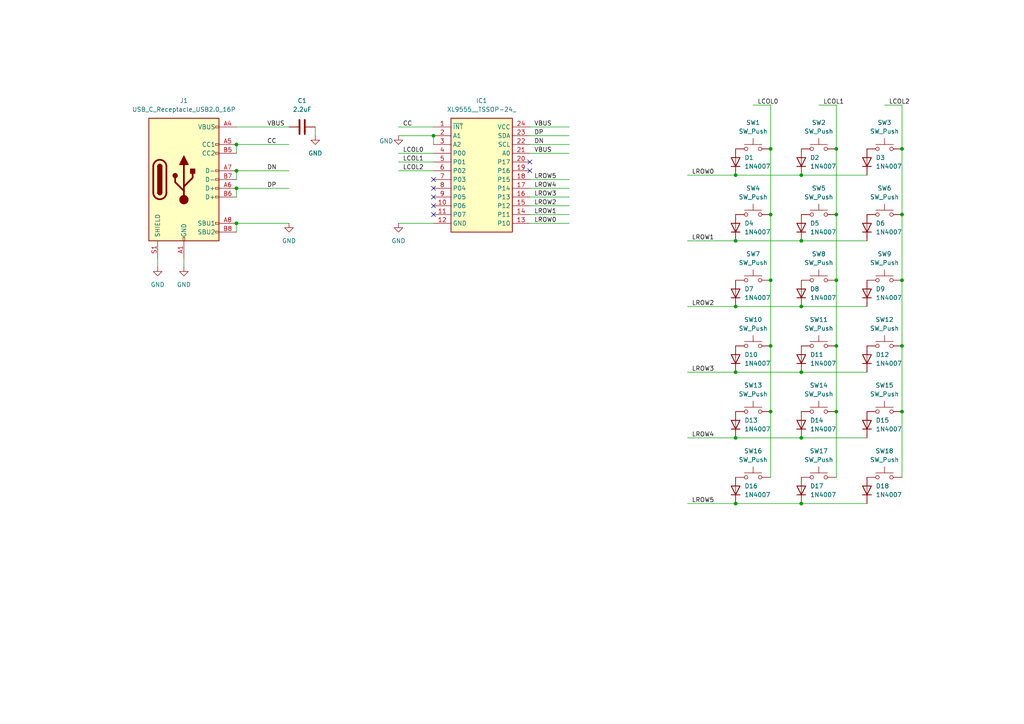
<source format=kicad_sch>
(kicad_sch (version 20231120) (generator "eeschema") (generator_version "8.0")
  (paper "A4")
  (lib_symbols
    (symbol "Connector:USB_C_Receptacle_USB2.0_16P" (pin_names (offset 1.016))
      (property "Reference" "J" (at 0 22.225 0))
      (property "Value" "USB_C_Receptacle_USB2.0_16P" (at 0 19.685 0))
      (symbol "USB_C_Receptacle_USB2.0_16P_0_0"
        (rectangle (start -0.254 -17.78) (end 0.254 -16.764))
        (rectangle (start 10.16 -14.986) (end 9.144 -15.494))
        (rectangle (start 10.16 -12.446) (end 9.144 -12.954))
        (rectangle (start 10.16 -4.826) (end 9.144 -5.334))
        (rectangle (start 10.16 -2.286) (end 9.144 -2.794))
        (rectangle (start 10.16 0.254) (end 9.144 -0.254))
        (rectangle (start 10.16 2.794) (end 9.144 2.286))
        (rectangle (start 10.16 7.874) (end 9.144 7.366))
        (rectangle (start 10.16 10.414) (end 9.144 9.906))
        (rectangle (start 10.16 15.494) (end 9.144 14.986))
      )
      (symbol "USB_C_Receptacle_USB2.0_16P_0_1"
        (rectangle (start -10.16 17.78) (end 10.16 -17.78) (stroke (width 0.254)) (fill (type background)))
        (arc (start -8.89 -3.81) (mid -6.985 -5.7067) (end -5.08 -3.81) (stroke (width 0.508)))
        (arc (start -7.62 -3.81) (mid -6.985 -4.4423) (end -6.35 -3.81) (stroke (width 0.254)))
        (arc (start -7.62 -3.81) (mid -6.985 -4.4423) (end -6.35 -3.81) (stroke (width 0.254)) (fill (type outline)))
        (rectangle (start -7.62 -3.81) (end -6.35 3.81) (stroke (width 0.254)) (fill (type outline)))
        (arc (start -6.35 3.81) (mid -6.985 4.4423) (end -7.62 3.81) (stroke (width 0.254)))
        (arc (start -6.35 3.81) (mid -6.985 4.4423) (end -7.62 3.81) (stroke (width 0.254)) (fill (type outline)))
        (arc (start -5.08 3.81) (mid -6.985 5.7067) (end -8.89 3.81) (stroke (width 0.508)))
        (circle (center -2.54 1.143) (radius 0.635) (stroke (width 0.254)) (fill (type outline)))
        (circle (center 0 -5.842) (radius 1.27) (fill (type outline)))
        (polyline (pts (xy -8.89 -3.81) (xy -8.89 3.81)) (stroke (width 0.508)))
        (polyline (pts (xy -5.08 3.81) (xy -5.08 -3.81)) (stroke (width 0.508)))
        (polyline (pts (xy 0 -5.842) (xy 0 4.318)) (stroke (width 0.508)))
        (polyline (pts (xy 0 -3.302) (xy -2.54 -0.762) (xy -2.54 0.508)) (stroke (width 0.508)))
        (polyline (pts (xy 0 -2.032) (xy 2.54 0.508) (xy 2.54 1.778)) (stroke (width 0.508)))
        (polyline (pts (xy -1.27 4.318) (xy 0 6.858) (xy 1.27 4.318) (xy -1.27 4.318)) (stroke (width 0.254)) (fill (type outline)))
        (rectangle (start 1.905 1.778) (end 3.175 3.048) (stroke (width 0.254)) (fill (type outline)))
      )
      (symbol "USB_C_Receptacle_USB2.0_16P_1_1"
        (pin passive line (at 0 -22.86 90) (length 5.08) (name "GND") (number "A1"))
        (pin passive line (at 0 -22.86 90) (length 5.08) hide (name "GND") (number "A12"))
        (pin passive line (at 15.24 15.24 180) (length 5.08) (name "VBUS") (number "A4"))
        (pin bidirectional line (at 15.24 10.16 180) (length 5.08) (name "CC1") (number "A5"))
        (pin bidirectional line (at 15.24 -2.54 180) (length 5.08) (name "D+") (number "A6"))
        (pin bidirectional line (at 15.24 2.54 180) (length 5.08) (name "D-") (number "A7"))
        (pin bidirectional line (at 15.24 -12.7 180) (length 5.08) (name "SBU1") (number "A8"))
        (pin passive line (at 15.24 15.24 180) (length 5.08) hide (name "VBUS") (number "A9"))
        (pin passive line (at 0 -22.86 90) (length 5.08) hide (name "GND") (number "B1"))
        (pin passive line (at 0 -22.86 90) (length 5.08) hide (name "GND") (number "B12"))
        (pin passive line (at 15.24 15.24 180) (length 5.08) hide (name "VBUS") (number "B4"))
        (pin bidirectional line (at 15.24 7.62 180) (length 5.08) (name "CC2") (number "B5"))
        (pin bidirectional line (at 15.24 -5.08 180) (length 5.08) (name "D+") (number "B6"))
        (pin bidirectional line (at 15.24 0 180) (length 5.08) (name "D-") (number "B7"))
        (pin bidirectional line (at 15.24 -15.24 180) (length 5.08) (name "SBU2") (number "B8"))
        (pin passive line (at 15.24 15.24 180) (length 5.08) hide (name "VBUS") (number "B9"))
        (pin passive line (at -7.62 -22.86 90) (length 5.08) (name "SHIELD") (number "S1"))
      )
    )
    (symbol "Device:C" (pin_numbers hide) (pin_names (offset 0.254))
      (property "Reference" "C" (at 0.635 2.54 0))
      (property "Value" "C" (at 0.635 -2.54 0))
      (symbol "C_0_1"
        (polyline (pts (xy -2.032 -0.762) (xy 2.032 -0.762)) (stroke (width 0.508)))
        (polyline (pts (xy -2.032 0.762) (xy 2.032 0.762)) (stroke (width 0.508)))
      )
      (symbol "C_1_1"
        (pin passive line (at 0 3.81 270) (length 2.794) (name "~") (number "1"))
        (pin passive line (at 0 -3.81 90) (length 2.794) (name "~") (number "2"))
      )
    )
    (symbol "Diode:1N4007" (pin_numbers hide) (pin_names hide)
      (property "Reference" "D" (at 0 2.54 0))
      (property "Value" "1N4007" (at 0 -2.54 0))
      (symbol "1N4007_0_1"
        (polyline (pts (xy -1.27 1.27) (xy -1.27 -1.27)) (stroke (width 0.254)))
        (polyline (pts (xy 1.27 0) (xy -1.27 0)))
        (polyline (pts (xy 1.27 1.27) (xy 1.27 -1.27) (xy -1.27 0) (xy 1.27 1.27)) (stroke (width 0.254)))
      )
      (symbol "1N4007_1_1"
        (pin passive line (at -3.81 0 0) (length 2.54) (name "K") (number "1"))
        (pin passive line (at 3.81 0 180) (length 2.54) (name "A") (number "2"))
      )
    )
    (symbol "Switch:SW_Push" (pin_numbers hide) (pin_names (offset 1.016) hide)
      (property "Reference" "SW" (at 1.27 2.54 0))
      (property "Value" "SW_Push" (at 0 -1.524 0))
      (symbol "SW_Push_0_1"
        (circle (center -2.032 0) (radius 0.508))
        (polyline (pts (xy 0 1.27) (xy 0 3.048)))
        (polyline (pts (xy 2.54 1.27) (xy -2.54 1.27)))
        (circle (center 2.032 0) (radius 0.508))
        (pin passive line (at -5.08 0 0) (length 2.54) (name "1") (number "1"))
        (pin passive line (at 5.08 0 180) (length 2.54) (name "2") (number "2"))
      )
    )
    (symbol "XL9555__TSSOP-24_:XL9555__TSSOP-24_"
      (property "Reference" "IC" (at 24.13 7.62 0))
      (property "Value" "XL9555__TSSOP-24_" (at 24.13 5.08 0))
      (symbol "XL9555__TSSOP-24__1_1"
        (rectangle (start 5.08 2.54) (end 22.86 -30.48) (stroke (width 0.254)) (fill (type background)))
        (pin passive line (at 0 0 0) (length 5.08) (name "~{INT}") (number "1"))
        (pin passive line (at 0 -22.86 0) (length 5.08) (name "P06") (number "10"))
        (pin passive line (at 0 -25.4 0) (length 5.08) (name "P07") (number "11"))
        (pin passive line (at 0 -27.94 0) (length 5.08) (name "GND") (number "12"))
        (pin passive line (at 27.94 -27.94 180) (length 5.08) (name "P10") (number "13"))
        (pin passive line (at 27.94 -25.4 180) (length 5.08) (name "P11") (number "14"))
        (pin passive line (at 27.94 -22.86 180) (length 5.08) (name "P12") (number "15"))
        (pin passive line (at 27.94 -20.32 180) (length 5.08) (name "P13") (number "16"))
        (pin passive line (at 27.94 -17.78 180) (length 5.08) (name "P14") (number "17"))
        (pin passive line (at 27.94 -15.24 180) (length 5.08) (name "P15") (number "18"))
        (pin passive line (at 27.94 -12.7 180) (length 5.08) (name "P16") (number "19"))
        (pin passive line (at 0 -2.54 0) (length 5.08) (name "A1") (number "2"))
        (pin passive line (at 27.94 -10.16 180) (length 5.08) (name "P17") (number "20"))
        (pin passive line (at 27.94 -7.62 180) (length 5.08) (name "A0") (number "21"))
        (pin passive line (at 27.94 -5.08 180) (length 5.08) (name "SCL") (number "22"))
        (pin passive line (at 27.94 -2.54 180) (length 5.08) (name "SDA") (number "23"))
        (pin passive line (at 27.94 0 180) (length 5.08) (name "VCC") (number "24"))
        (pin passive line (at 0 -5.08 0) (length 5.08) (name "A2") (number "3"))
        (pin passive line (at 0 -7.62 0) (length 5.08) (name "P00") (number "4"))
        (pin passive line (at 0 -10.16 0) (length 5.08) (name "P01") (number "5"))
        (pin passive line (at 0 -12.7 0) (length 5.08) (name "P02") (number "6"))
        (pin passive line (at 0 -15.24 0) (length 5.08) (name "P03") (number "7"))
        (pin passive line (at 0 -17.78 0) (length 5.08) (name "P04") (number "8"))
        (pin passive line (at 0 -20.32 0) (length 5.08) (name "P05") (number "9"))
      )
    )
    (symbol "power:GND" (power) (pin_numbers hide) (pin_names (offset 0) hide)
      (property "Value" "GND" (at 0 -3.81 0))
      (symbol "GND_0_1"
        (polyline (pts (xy 0 0) (xy 0 -1.27) (xy 1.27 -1.27) (xy 0 -2.54) (xy -1.27 -1.27) (xy 0 -1.27)))
      )
      (symbol "GND_1_1"
        (pin power_in line (at 0 0 270) (length 0) (name "~") (number "1"))
      )
    )
  )
  (junction (at 261.62 62.23))
  (junction (at 242.57 100.33))
  (junction (at 125.73 39.37))
  (junction (at 68.58 49.53))
  (junction (at 232.41 107.95))
  (junction (at 213.36 50.8))
  (junction (at 261.62 119.38))
  (junction (at 242.57 62.23))
  (junction (at 232.41 146.05))
  (junction (at 68.58 64.77))
  (junction (at 261.62 43.18))
  (junction (at 261.62 100.33))
  (junction (at 232.41 88.9))
  (junction (at 223.52 43.18))
  (junction (at 242.57 43.18))
  (junction (at 213.36 127))
  (junction (at 223.52 100.33))
  (junction (at 261.62 81.28))
  (junction (at 242.57 119.38))
  (junction (at 223.52 119.38))
  (junction (at 213.36 88.9))
  (junction (at 213.36 107.95))
  (junction (at 213.36 69.85))
  (junction (at 68.58 41.91))
  (junction (at 223.52 81.28))
  (junction (at 232.41 127))
  (junction (at 68.58 54.61))
  (junction (at 242.57 81.28))
  (junction (at 223.52 62.23))
  (junction (at 213.36 146.05))
  (junction (at 232.41 69.85))
  (junction (at 232.41 50.8))
  (no_connect (at 125.73 57.15))
  (no_connect (at 125.73 62.23))
  (no_connect (at 125.73 54.61))
  (no_connect (at 125.73 52.07))
  (no_connect (at 125.73 59.69))
  (no_connect (at 153.67 49.53))
  (no_connect (at 153.67 46.99))
  (wire (pts (xy 68.58 41.91) (xy 83.82 41.91)))
  (wire (pts (xy 91.44 36.83) (xy 91.44 39.37)))
  (wire (pts (xy 232.41 69.85) (xy 251.46 69.85)))
  (wire (pts (xy 242.57 43.18) (xy 242.57 30.48)))
  (wire (pts (xy 125.73 39.37) (xy 125.73 41.91)))
  (wire (pts (xy 213.36 50.8) (xy 232.41 50.8)))
  (wire (pts (xy 213.36 69.85) (xy 232.41 69.85)))
  (wire (pts (xy 153.67 62.23) (xy 165.1 62.23)))
  (wire (pts (xy 261.62 119.38) (xy 261.62 100.33)))
  (wire (pts (xy 45.72 74.93) (xy 45.72 77.47)))
  (wire (pts (xy 199.39 146.05) (xy 213.36 146.05)))
  (wire (pts (xy 68.58 64.77) (xy 83.82 64.77)))
  (wire (pts (xy 242.57 100.33) (xy 242.57 81.28)))
  (wire (pts (xy 242.57 62.23) (xy 242.57 43.18)))
  (wire (pts (xy 153.67 44.45) (xy 165.1 44.45)))
  (wire (pts (xy 115.57 64.77) (xy 125.73 64.77)))
  (wire (pts (xy 242.57 81.28) (xy 242.57 62.23)))
  (wire (pts (xy 232.41 146.05) (xy 251.46 146.05)))
  (wire (pts (xy 213.36 146.05) (xy 232.41 146.05)))
  (wire (pts (xy 223.52 81.28) (xy 223.52 62.23)))
  (wire (pts (xy 223.52 100.33) (xy 223.52 81.28)))
  (wire (pts (xy 115.57 49.53) (xy 125.73 49.53)))
  (wire (pts (xy 68.58 54.61) (xy 83.82 54.61)))
  (wire (pts (xy 153.67 41.91) (xy 165.1 41.91)))
  (wire (pts (xy 213.36 127) (xy 232.41 127)))
  (wire (pts (xy 199.39 88.9) (xy 213.36 88.9)))
  (wire (pts (xy 256.54 30.48) (xy 261.62 30.48)))
  (wire (pts (xy 153.67 57.15) (xy 165.1 57.15)))
  (wire (pts (xy 199.39 107.95) (xy 213.36 107.95)))
  (wire (pts (xy 223.52 62.23) (xy 223.52 43.18)))
  (wire (pts (xy 115.57 39.37) (xy 125.73 39.37)))
  (wire (pts (xy 223.52 119.38) (xy 223.52 100.33)))
  (wire (pts (xy 213.36 88.9) (xy 232.41 88.9)))
  (wire (pts (xy 68.58 36.83) (xy 83.82 36.83)))
  (wire (pts (xy 68.58 49.53) (xy 83.82 49.53)))
  (wire (pts (xy 232.41 88.9) (xy 251.46 88.9)))
  (wire (pts (xy 153.67 54.61) (xy 165.1 54.61)))
  (wire (pts (xy 237.49 30.48) (xy 242.57 30.48)))
  (wire (pts (xy 153.67 59.69) (xy 165.1 59.69)))
  (wire (pts (xy 153.67 36.83) (xy 165.1 36.83)))
  (wire (pts (xy 242.57 138.43) (xy 242.57 119.38)))
  (wire (pts (xy 68.58 44.45) (xy 68.58 41.91)))
  (wire (pts (xy 68.58 67.31) (xy 68.58 64.77)))
  (wire (pts (xy 223.52 138.43) (xy 223.52 119.38)))
  (wire (pts (xy 242.57 119.38) (xy 242.57 100.33)))
  (wire (pts (xy 223.52 43.18) (xy 223.52 30.48)))
  (wire (pts (xy 261.62 81.28) (xy 261.62 62.23)))
  (wire (pts (xy 153.67 52.07) (xy 165.1 52.07)))
  (wire (pts (xy 115.57 44.45) (xy 125.73 44.45)))
  (wire (pts (xy 115.57 46.99) (xy 125.73 46.99)))
  (wire (pts (xy 261.62 43.18) (xy 261.62 30.48)))
  (wire (pts (xy 53.34 74.93) (xy 53.34 77.47)))
  (wire (pts (xy 232.41 50.8) (xy 251.46 50.8)))
  (wire (pts (xy 153.67 39.37) (xy 165.1 39.37)))
  (wire (pts (xy 232.41 127) (xy 251.46 127)))
  (wire (pts (xy 68.58 57.15) (xy 68.58 54.61)))
  (wire (pts (xy 261.62 138.43) (xy 261.62 119.38)))
  (wire (pts (xy 153.67 64.77) (xy 165.1 64.77)))
  (wire (pts (xy 232.41 107.95) (xy 251.46 107.95)))
  (wire (pts (xy 199.39 127) (xy 213.36 127)))
  (wire (pts (xy 261.62 100.33) (xy 261.62 81.28)))
  (wire (pts (xy 218.44 30.48) (xy 223.52 30.48)))
  (wire (pts (xy 68.58 49.53) (xy 68.58 52.07)))
  (wire (pts (xy 199.39 50.8) (xy 213.36 50.8)))
  (wire (pts (xy 261.62 62.23) (xy 261.62 43.18)))
  (wire (pts (xy 199.39 69.85) (xy 213.36 69.85)))
  (wire (pts (xy 213.36 107.95) (xy 232.41 107.95)))
  (wire (pts (xy 115.57 36.83) (xy 125.73 36.83)))
  (label "LCOL2" (at 116.84 49.53 0))
  (label "LROW3" (at 200.66 107.95 0))
  (label "LROW4" (at 154.94 54.61 0))
  (label "DP" (at 154.94 39.37 0))
  (label "LROW4" (at 200.66 127 0))
  (label "LCOL0" (at 219.71 30.48 0))
  (label "LROW3" (at 154.94 57.15 0))
  (label "LROW1" (at 154.94 62.23 0))
  (label "LROW5" (at 154.94 52.07 0))
  (label "LCOL1" (at 238.76 30.48 0))
  (label "LROW1" (at 200.66 69.85 0))
  (label "LCOL2" (at 257.81 30.48 0))
  (label "CC" (at 77.47 41.91 0))
  (label "VBUS" (at 77.47 36.83 0))
  (label "CC" (at 116.84 36.83 0))
  (label "DP" (at 77.47 54.61 0))
  (label "LCOL1" (at 116.84 46.99 0))
  (label "VBUS" (at 154.94 36.83 0))
  (label "LROW0" (at 200.66 50.8 0))
  (label "LROW5" (at 200.66 146.05 0))
  (label "DN" (at 154.94 41.91 0))
  (label "VBUS" (at 154.94 44.45 0))
  (label "LROW2" (at 200.66 88.9 0))
  (label "LCOL0" (at 116.84 44.45 0))
  (label "LROW2" (at 154.94 59.69 0))
  (label "DN" (at 77.47 49.53 0))
  (label "LROW0" (at 154.94 64.77 0))
  (symbol (lib_id "Switch:SW_Push") (at 237.49 138.43 0) (unit 1)
    (property "Reference" "SW17" (at 237.49 130.81 0))
    (property "Value" "SW_Push" (at 237.49 133.35 0))
    (property "Footprint" "choc_v1v2_compatible_withLED:SW_Kailh_Choc_V1V2_1.00u" (effects (hide yes)))
    (property "Description" "Push button switch, generic, two pins" (effects (hide yes)))
  )
  (symbol (lib_id "Diode:1N4007") (at 213.36 46.99 90) (unit 1)
    (property "Reference" "D1" (at 215.9 45.7199 90) (effects (justify right)))
    (property "Value" "1N4007" (at 215.9 48.2599 90) (effects (justify right)))
    (property "Footprint" "Diode_SMD:D_SOD-123F" (effects (hide yes)))
    (property "Datasheet" "http://www.vishay.com/docs/88503/1n4001.pdf" (effects (hide yes)))
    (property "Description" "1000V 1A General Purpose Rectifier Diode, DO-41" (effects (hide yes)))
    (property "Sim.Device" "D" (effects (hide yes)))
    (property "Sim.Pins" "1=K 2=A" (effects (hide yes)))
  )
  (symbol (lib_id "power:GND") (at 45.72 77.47 0) (unit 1)
    (property "Reference" "#PWR05" (effects (hide yes)))
    (property "Value" "GND" (at 45.72 82.55 0))
    (property "Description" "Power symbol creates a global label with name \"GND\" , ground" (effects (hide yes)))
  )
  (symbol (lib_id "Diode:1N4007") (at 251.46 123.19 90) (unit 1)
    (property "Reference" "D15" (at 254 121.9199 90) (effects (justify right)))
    (property "Value" "1N4007" (at 254 124.4599 90) (effects (justify right)))
    (property "Footprint" "Diode_SMD:D_SOD-123F" (effects (hide yes)))
    (property "Datasheet" "http://www.vishay.com/docs/88503/1n4001.pdf" (effects (hide yes)))
    (property "Description" "1000V 1A General Purpose Rectifier Diode, DO-41" (effects (hide yes)))
    (property "Sim.Device" "D" (effects (hide yes)))
    (property "Sim.Pins" "1=K 2=A" (effects (hide yes)))
  )
  (symbol (lib_id "Diode:1N4007") (at 213.36 123.19 90) (unit 1)
    (property "Reference" "D13" (at 215.9 121.9199 90) (effects (justify right)))
    (property "Value" "1N4007" (at 215.9 124.4599 90) (effects (justify right)))
    (property "Footprint" "Diode_SMD:D_SOD-123F" (effects (hide yes)))
    (property "Datasheet" "http://www.vishay.com/docs/88503/1n4001.pdf" (effects (hide yes)))
    (property "Description" "1000V 1A General Purpose Rectifier Diode, DO-41" (effects (hide yes)))
    (property "Sim.Device" "D" (effects (hide yes)))
    (property "Sim.Pins" "1=K 2=A" (effects (hide yes)))
  )
  (symbol (lib_id "Switch:SW_Push") (at 256.54 43.18 0) (unit 1)
    (property "Reference" "SW3" (at 256.54 35.56 0))
    (property "Value" "SW_Push" (at 256.54 38.1 0))
    (property "Footprint" "choc_v1v2_compatible_withLED:SW_Kailh_Choc_V1V2_1.00u" (effects (hide yes)))
    (property "Description" "Push button switch, generic, two pins" (effects (hide yes)))
  )
  (symbol (lib_id "Switch:SW_Push") (at 256.54 81.28 0) (unit 1)
    (property "Reference" "SW9" (at 256.54 73.66 0))
    (property "Value" "SW_Push" (at 256.54 76.2 0))
    (property "Footprint" "choc_v1v2_compatible_withLED:SW_Kailh_Choc_V1V2_1.00u" (effects (hide yes)))
    (property "Description" "Push button switch, generic, two pins" (effects (hide yes)))
  )
  (symbol (lib_id "Switch:SW_Push") (at 256.54 100.33 0) (unit 1)
    (property "Reference" "SW12" (at 256.54 92.71 0))
    (property "Value" "SW_Push" (at 256.54 95.25 0))
    (property "Footprint" "choc_v1v2_compatible_withLED:SW_Kailh_Choc_V1V2_1.00u" (effects (hide yes)))
    (property "Description" "Push button switch, generic, two pins" (effects (hide yes)))
  )
  (symbol (lib_id "Switch:SW_Push") (at 218.44 100.33 0) (unit 1)
    (property "Reference" "SW10" (at 218.44 92.71 0))
    (property "Value" "SW_Push" (at 218.44 95.25 0))
    (property "Footprint" "choc_v1v2_compatible_withLED:SW_Kailh_Choc_V1V2_1.00u" (effects (hide yes)))
    (property "Description" "Push button switch, generic, two pins" (effects (hide yes)))
  )
  (symbol (lib_id "Diode:1N4007") (at 251.46 46.99 90) (unit 1)
    (property "Reference" "D3" (at 254 45.7199 90) (effects (justify right)))
    (property "Value" "1N4007" (at 254 48.2599 90) (effects (justify right)))
    (property "Footprint" "Diode_SMD:D_SOD-123F" (effects (hide yes)))
    (property "Datasheet" "http://www.vishay.com/docs/88503/1n4001.pdf" (effects (hide yes)))
    (property "Description" "1000V 1A General Purpose Rectifier Diode, DO-41" (effects (hide yes)))
    (property "Sim.Device" "D" (effects (hide yes)))
    (property "Sim.Pins" "1=K 2=A" (effects (hide yes)))
  )
  (symbol (lib_id "Switch:SW_Push") (at 218.44 119.38 0) (unit 1)
    (property "Reference" "SW13" (at 218.44 111.76 0))
    (property "Value" "SW_Push" (at 218.44 114.3 0))
    (property "Footprint" "choc_v1v2_compatible_withLED:SW_Kailh_Choc_V1V2_1.00u" (effects (hide yes)))
    (property "Description" "Push button switch, generic, two pins" (effects (hide yes)))
  )
  (symbol (lib_id "Diode:1N4007") (at 213.36 104.14 90) (unit 1)
    (property "Reference" "D10" (at 215.9 102.8699 90) (effects (justify right)))
    (property "Value" "1N4007" (at 215.9 105.4099 90) (effects (justify right)))
    (property "Footprint" "Diode_SMD:D_SOD-123F" (effects (hide yes)))
    (property "Datasheet" "http://www.vishay.com/docs/88503/1n4001.pdf" (effects (hide yes)))
    (property "Description" "1000V 1A General Purpose Rectifier Diode, DO-41" (effects (hide yes)))
    (property "Sim.Device" "D" (effects (hide yes)))
    (property "Sim.Pins" "1=K 2=A" (effects (hide yes)))
  )
  (symbol (lib_id "Switch:SW_Push") (at 218.44 138.43 0) (unit 1)
    (property "Reference" "SW16" (at 218.44 130.81 0))
    (property "Value" "SW_Push" (at 218.44 133.35 0))
    (property "Footprint" "choc_v1v2_compatible_withLED:SW_Kailh_Choc_V1V2_1.00u" (effects (hide yes)))
    (property "Description" "Push button switch, generic, two pins" (effects (hide yes)))
  )
  (symbol (lib_id "Diode:1N4007") (at 232.41 85.09 90) (unit 1)
    (property "Reference" "D8" (at 234.95 83.8199 90) (effects (justify right)))
    (property "Value" "1N4007" (at 234.95 86.3599 90) (effects (justify right)))
    (property "Footprint" "Diode_SMD:D_SOD-123F" (effects (hide yes)))
    (property "Datasheet" "http://www.vishay.com/docs/88503/1n4001.pdf" (effects (hide yes)))
    (property "Description" "1000V 1A General Purpose Rectifier Diode, DO-41" (effects (hide yes)))
    (property "Sim.Device" "D" (effects (hide yes)))
    (property "Sim.Pins" "1=K 2=A" (effects (hide yes)))
  )
  (symbol (lib_id "Diode:1N4007") (at 251.46 85.09 90) (unit 1)
    (property "Reference" "D9" (at 254 83.8199 90) (effects (justify right)))
    (property "Value" "1N4007" (at 254 86.3599 90) (effects (justify right)))
    (property "Footprint" "Diode_SMD:D_SOD-123F" (effects (hide yes)))
    (property "Datasheet" "http://www.vishay.com/docs/88503/1n4001.pdf" (effects (hide yes)))
    (property "Description" "1000V 1A General Purpose Rectifier Diode, DO-41" (effects (hide yes)))
    (property "Sim.Device" "D" (effects (hide yes)))
    (property "Sim.Pins" "1=K 2=A" (effects (hide yes)))
  )
  (symbol (lib_id "power:GND") (at 83.82 64.77 0) (unit 1)
    (property "Reference" "#PWR03" (effects (hide yes)))
    (property "Value" "GND" (at 83.82 69.85 0))
    (property "Description" "Power symbol creates a global label with name \"GND\" , ground" (effects (hide yes)))
  )
  (symbol (lib_id "Switch:SW_Push") (at 237.49 81.28 0) (unit 1)
    (property "Reference" "SW8" (at 237.49 73.66 0))
    (property "Value" "SW_Push" (at 237.49 76.2 0))
    (property "Footprint" "choc_v1v2_compatible_withLED:SW_Kailh_Choc_V1V2_1.00u" (effects (hide yes)))
    (property "Description" "Push button switch, generic, two pins" (effects (hide yes)))
  )
  (symbol (lib_id "Diode:1N4007") (at 232.41 142.24 90) (unit 1)
    (property "Reference" "D17" (at 234.95 140.9699 90) (effects (justify right)))
    (property "Value" "1N4007" (at 234.95 143.5099 90) (effects (justify right)))
    (property "Footprint" "Diode_SMD:D_SOD-123F" (effects (hide yes)))
    (property "Datasheet" "http://www.vishay.com/docs/88503/1n4001.pdf" (effects (hide yes)))
    (property "Description" "1000V 1A General Purpose Rectifier Diode, DO-41" (effects (hide yes)))
    (property "Sim.Device" "D" (effects (hide yes)))
    (property "Sim.Pins" "1=K 2=A" (effects (hide yes)))
  )
  (symbol (lib_id "power:GND") (at 53.34 77.47 0) (unit 1)
    (property "Reference" "#PWR06" (effects (hide yes)))
    (property "Value" "GND" (at 53.34 82.55 0))
    (property "Description" "Power symbol creates a global label with name \"GND\" , ground" (effects (hide yes)))
  )
  (symbol (lib_id "Switch:SW_Push") (at 237.49 43.18 0) (unit 1)
    (property "Reference" "SW2" (at 237.49 35.56 0))
    (property "Value" "SW_Push" (at 237.49 38.1 0))
    (property "Footprint" "choc_v1v2_compatible_withLED:SW_Kailh_Choc_V1V2_1.00u" (effects (hide yes)))
    (property "Description" "Push button switch, generic, two pins" (effects (hide yes)))
  )
  (symbol (lib_id "Switch:SW_Push") (at 256.54 119.38 0) (unit 1)
    (property "Reference" "SW15" (at 256.54 111.76 0))
    (property "Value" "SW_Push" (at 256.54 114.3 0))
    (property "Footprint" "choc_v1v2_compatible_withLED:SW_Kailh_Choc_V1V2_1.00u" (effects (hide yes)))
    (property "Description" "Push button switch, generic, two pins" (effects (hide yes)))
  )
  (symbol (lib_id "Diode:1N4007") (at 232.41 66.04 90) (unit 1)
    (property "Reference" "D5" (at 234.95 64.7699 90) (effects (justify right)))
    (property "Value" "1N4007" (at 234.95 67.3099 90) (effects (justify right)))
    (property "Footprint" "Diode_SMD:D_SOD-123F" (effects (hide yes)))
    (property "Datasheet" "http://www.vishay.com/docs/88503/1n4001.pdf" (effects (hide yes)))
    (property "Description" "1000V 1A General Purpose Rectifier Diode, DO-41" (effects (hide yes)))
    (property "Sim.Device" "D" (effects (hide yes)))
    (property "Sim.Pins" "1=K 2=A" (effects (hide yes)))
  )
  (symbol (lib_id "Diode:1N4007") (at 251.46 104.14 90) (unit 1)
    (property "Reference" "D12" (at 254 102.8699 90) (effects (justify right)))
    (property "Value" "1N4007" (at 254 105.4099 90) (effects (justify right)))
    (property "Footprint" "Diode_SMD:D_SOD-123F" (effects (hide yes)))
    (property "Datasheet" "http://www.vishay.com/docs/88503/1n4001.pdf" (effects (hide yes)))
    (property "Description" "1000V 1A General Purpose Rectifier Diode, DO-41" (effects (hide yes)))
    (property "Sim.Device" "D" (effects (hide yes)))
    (property "Sim.Pins" "1=K 2=A" (effects (hide yes)))
  )
  (symbol (lib_id "Diode:1N4007") (at 213.36 142.24 90) (unit 1)
    (property "Reference" "D16" (at 215.9 140.9699 90) (effects (justify right)))
    (property "Value" "1N4007" (at 215.9 143.5099 90) (effects (justify right)))
    (property "Footprint" "Diode_SMD:D_SOD-123F" (effects (hide yes)))
    (property "Datasheet" "http://www.vishay.com/docs/88503/1n4001.pdf" (effects (hide yes)))
    (property "Description" "1000V 1A General Purpose Rectifier Diode, DO-41" (effects (hide yes)))
    (property "Sim.Device" "D" (effects (hide yes)))
    (property "Sim.Pins" "1=K 2=A" (effects (hide yes)))
  )
  (symbol (lib_id "XL9555__TSSOP-24_:XL9555__TSSOP-24_") (at 125.73 36.83 0) (unit 1)
    (property "Reference" "IC1" (at 139.7 29.21 0))
    (property "Value" "XL9555__TSSOP-24_" (at 139.7 31.75 0))
    (property "Footprint" "SOP65P640X120-24N:SOP65P640X120-24N" (effects (hide yes)))
    (property "Datasheet" "https://datasheet.lcsc.com/lcsc/2205051830_XINLUDA-XL9555_C609791.pdf" (effects (hide yes)))
    (property "Description" "This device (XL9535/XL9555) is a 24-pin CMOS IC that provides 16-bit of General Purpose parallel Input/Output" (effects (hide yes)))
    (property "Height" "1.2" (effects (hide yes)))
    (property "Manufacturer_Name" "XINLUDA" (effects (hide yes)))
    (property "Manufacturer_Part_Number" "XL9555 (TSSOP-24)" (effects (hide yes)))
  )
  (symbol (lib_id "Device:C") (at 87.63 36.83 90) (unit 1)
    (property "Reference" "C1" (at 87.63 29.21 90))
    (property "Value" "2.2uF" (at 87.63 31.75 90))
    (property "Footprint" "Capacitor_SMD:C_0603_1608Metric_Pad1.08x0.95mm_HandSolder" (effects (hide yes)))
    (property "Description" "Unpolarized capacitor" (effects (hide yes)))
  )
  (symbol (lib_id "Connector:USB_C_Receptacle_USB2.0_16P") (at 53.34 52.07 0) (unit 1)
    (property "Reference" "J1" (at 53.34 29.21 0))
    (property "Value" "USB_C_Receptacle_USB2.0_16P" (at 53.34 31.75 0))
    (property "Footprint" "Connector_USB:USB_C_Receptacle_GCT_USB4105-xx-A_16P_TopMnt_Horizontal" (effects (hide yes)))
    (property "Datasheet" "https://www.usb.org/sites/default/files/documents/usb_type-c.zip" (effects (hide yes)))
    (property "Description" "USB 2.0-only 16P Type-C Receptacle connector" (effects (hide yes)))
  )
  (symbol (lib_id "Diode:1N4007") (at 213.36 85.09 90) (unit 1)
    (property "Reference" "D7" (at 215.9 83.8199 90) (effects (justify right)))
    (property "Value" "1N4007" (at 215.9 86.3599 90) (effects (justify right)))
    (property "Footprint" "Diode_SMD:D_SOD-123F" (effects (hide yes)))
    (property "Datasheet" "http://www.vishay.com/docs/88503/1n4001.pdf" (effects (hide yes)))
    (property "Description" "1000V 1A General Purpose Rectifier Diode, DO-41" (effects (hide yes)))
    (property "Sim.Device" "D" (effects (hide yes)))
    (property "Sim.Pins" "1=K 2=A" (effects (hide yes)))
  )
  (symbol (lib_id "Diode:1N4007") (at 232.41 46.99 90) (unit 1)
    (property "Reference" "D2" (at 234.95 45.7199 90) (effects (justify right)))
    (property "Value" "1N4007" (at 234.95 48.2599 90) (effects (justify right)))
    (property "Footprint" "Diode_SMD:D_SOD-123F" (effects (hide yes)))
    (property "Datasheet" "http://www.vishay.com/docs/88503/1n4001.pdf" (effects (hide yes)))
    (property "Description" "1000V 1A General Purpose Rectifier Diode, DO-41" (effects (hide yes)))
    (property "Sim.Device" "D" (effects (hide yes)))
    (property "Sim.Pins" "1=K 2=A" (effects (hide yes)))
  )
  (symbol (lib_id "Switch:SW_Push") (at 237.49 62.23 0) (unit 1)
    (property "Reference" "SW5" (at 237.49 54.61 0))
    (property "Value" "SW_Push" (at 237.49 57.15 0))
    (property "Footprint" "choc_v1v2_compatible_withLED:SW_Kailh_Choc_V1V2_1.00u" (effects (hide yes)))
    (property "Description" "Push button switch, generic, two pins" (effects (hide yes)))
  )
  (symbol (lib_id "Switch:SW_Push") (at 218.44 62.23 0) (unit 1)
    (property "Reference" "SW4" (at 218.44 54.61 0))
    (property "Value" "SW_Push" (at 218.44 57.15 0))
    (property "Footprint" "choc_v1v2_compatible_withLED:SW_Kailh_Choc_V1V2_1.00u" (effects (hide yes)))
    (property "Description" "Push button switch, generic, two pins" (effects (hide yes)))
  )
  (symbol (lib_id "Diode:1N4007") (at 232.41 104.14 90) (unit 1)
    (property "Reference" "D11" (at 234.95 102.8699 90) (effects (justify right)))
    (property "Value" "1N4007" (at 234.95 105.4099 90) (effects (justify right)))
    (property "Footprint" "Diode_SMD:D_SOD-123F" (effects (hide yes)))
    (property "Datasheet" "http://www.vishay.com/docs/88503/1n4001.pdf" (effects (hide yes)))
    (property "Description" "1000V 1A General Purpose Rectifier Diode, DO-41" (effects (hide yes)))
    (property "Sim.Device" "D" (effects (hide yes)))
    (property "Sim.Pins" "1=K 2=A" (effects (hide yes)))
  )
  (symbol (lib_id "Diode:1N4007") (at 213.36 66.04 90) (unit 1)
    (property "Reference" "D4" (at 215.9 64.7699 90) (effects (justify right)))
    (property "Value" "1N4007" (at 215.9 67.3099 90) (effects (justify right)))
    (property "Footprint" "Diode_SMD:D_SOD-123F" (effects (hide yes)))
    (property "Datasheet" "http://www.vishay.com/docs/88503/1n4001.pdf" (effects (hide yes)))
    (property "Description" "1000V 1A General Purpose Rectifier Diode, DO-41" (effects (hide yes)))
    (property "Sim.Device" "D" (effects (hide yes)))
    (property "Sim.Pins" "1=K 2=A" (effects (hide yes)))
  )
  (symbol (lib_id "Diode:1N4007") (at 251.46 66.04 90) (unit 1)
    (property "Reference" "D6" (at 254 64.7699 90) (effects (justify right)))
    (property "Value" "1N4007" (at 254 67.3099 90) (effects (justify right)))
    (property "Footprint" "Diode_SMD:D_SOD-123F" (effects (hide yes)))
    (property "Datasheet" "http://www.vishay.com/docs/88503/1n4001.pdf" (effects (hide yes)))
    (property "Description" "1000V 1A General Purpose Rectifier Diode, DO-41" (effects (hide yes)))
    (property "Sim.Device" "D" (effects (hide yes)))
    (property "Sim.Pins" "1=K 2=A" (effects (hide yes)))
  )
  (symbol (lib_id "Switch:SW_Push") (at 256.54 138.43 0) (unit 1)
    (property "Reference" "SW18" (at 256.54 130.81 0))
    (property "Value" "SW_Push" (at 256.54 133.35 0))
    (property "Footprint" "choc_v1v2_compatible_withLED:SW_Kailh_Choc_V1V2_1.00u" (effects (hide yes)))
    (property "Description" "Push button switch, generic, two pins" (effects (hide yes)))
  )
  (symbol (lib_id "Switch:SW_Push") (at 218.44 81.28 0) (unit 1)
    (property "Reference" "SW7" (at 218.44 73.66 0))
    (property "Value" "SW_Push" (at 218.44 76.2 0))
    (property "Footprint" "choc_v1v2_compatible_withLED:SW_Kailh_Choc_V1V2_1.00u" (effects (hide yes)))
    (property "Description" "Push button switch, generic, two pins" (effects (hide yes)))
  )
  (symbol (lib_id "power:GND") (at 91.44 39.37 0) (unit 1)
    (property "Reference" "#PWR01" (effects (hide yes)))
    (property "Value" "GND" (at 91.44 44.45 0))
    (property "Description" "Power symbol creates a global label with name \"GND\" , ground" (effects (hide yes)))
  )
  (symbol (lib_id "Switch:SW_Push") (at 256.54 62.23 0) (unit 1)
    (property "Reference" "SW6" (at 256.54 54.61 0))
    (property "Value" "SW_Push" (at 256.54 57.15 0))
    (property "Footprint" "choc_v1v2_compatible_withLED:SW_Kailh_Choc_V1V2_1.00u" (effects (hide yes)))
    (property "Description" "Push button switch, generic, two pins" (effects (hide yes)))
  )
  (symbol (lib_id "Diode:1N4007") (at 251.46 142.24 90) (unit 1)
    (property "Reference" "D18" (at 254 140.9699 90) (effects (justify right)))
    (property "Value" "1N4007" (at 254 143.5099 90) (effects (justify right)))
    (property "Footprint" "Diode_SMD:D_SOD-123F" (effects (hide yes)))
    (property "Datasheet" "http://www.vishay.com/docs/88503/1n4001.pdf" (effects (hide yes)))
    (property "Description" "1000V 1A General Purpose Rectifier Diode, DO-41" (effects (hide yes)))
    (property "Sim.Device" "D" (effects (hide yes)))
    (property "Sim.Pins" "1=K 2=A" (effects (hide yes)))
  )
  (symbol (lib_id "Switch:SW_Push") (at 237.49 119.38 0) (unit 1)
    (property "Reference" "SW14" (at 237.49 111.76 0))
    (property "Value" "SW_Push" (at 237.49 114.3 0))
    (property "Footprint" "choc_v1v2_compatible_withLED:SW_Kailh_Choc_V1V2_1.00u" (effects (hide yes)))
    (property "Description" "Push button switch, generic, two pins" (effects (hide yes)))
  )
  (symbol (lib_id "power:GND") (at 115.57 39.37 0) (unit 1)
    (property "Reference" "#PWR02" (effects (hide yes)))
    (property "Value" "GND" (at 112.014 40.894 0))
    (property "Description" "Power symbol creates a global label with name \"GND\" , ground" (effects (hide yes)))
  )
  (symbol (lib_id "Switch:SW_Push") (at 218.44 43.18 0) (unit 1)
    (property "Reference" "SW1" (at 218.44 35.56 0))
    (property "Value" "SW_Push" (at 218.44 38.1 0))
    (property "Footprint" "choc_v1v2_compatible_withLED:SW_Kailh_Choc_V1V2_1.00u" (effects (hide yes)))
    (property "Description" "Push button switch, generic, two pins" (effects (hide yes)))
  )
  (symbol (lib_id "Switch:SW_Push") (at 237.49 100.33 0) (unit 1)
    (property "Reference" "SW11" (at 237.49 92.71 0))
    (property "Value" "SW_Push" (at 237.49 95.25 0))
    (property "Footprint" "choc_v1v2_compatible_withLED:SW_Kailh_Choc_V1V2_1.00u" (effects (hide yes)))
    (property "Description" "Push button switch, generic, two pins" (effects (hide yes)))
  )
  (symbol (lib_id "power:GND") (at 115.57 64.77 0) (unit 1)
    (property "Reference" "#PWR04" (effects (hide yes)))
    (property "Value" "GND" (at 115.57 69.85 0))
    (property "Description" "Power symbol creates a global label with name \"GND\" , ground" (effects (hide yes)))
  )
  (symbol (lib_id "Diode:1N4007") (at 232.41 123.19 90) (unit 1)
    (property "Reference" "D14" (at 234.95 121.9199 90) (effects (justify right)))
    (property "Value" "1N4007" (at 234.95 124.4599 90) (effects (justify right)))
    (property "Footprint" "Diode_SMD:D_SOD-123F" (effects (hide yes)))
    (property "Datasheet" "http://www.vishay.com/docs/88503/1n4001.pdf" (effects (hide yes)))
    (property "Description" "1000V 1A General Purpose Rectifier Diode, DO-41" (effects (hide yes)))
    (property "Sim.Device" "D" (effects (hide yes)))
    (property "Sim.Pins" "1=K 2=A" (effects (hide yes)))
  )
)
</source>
